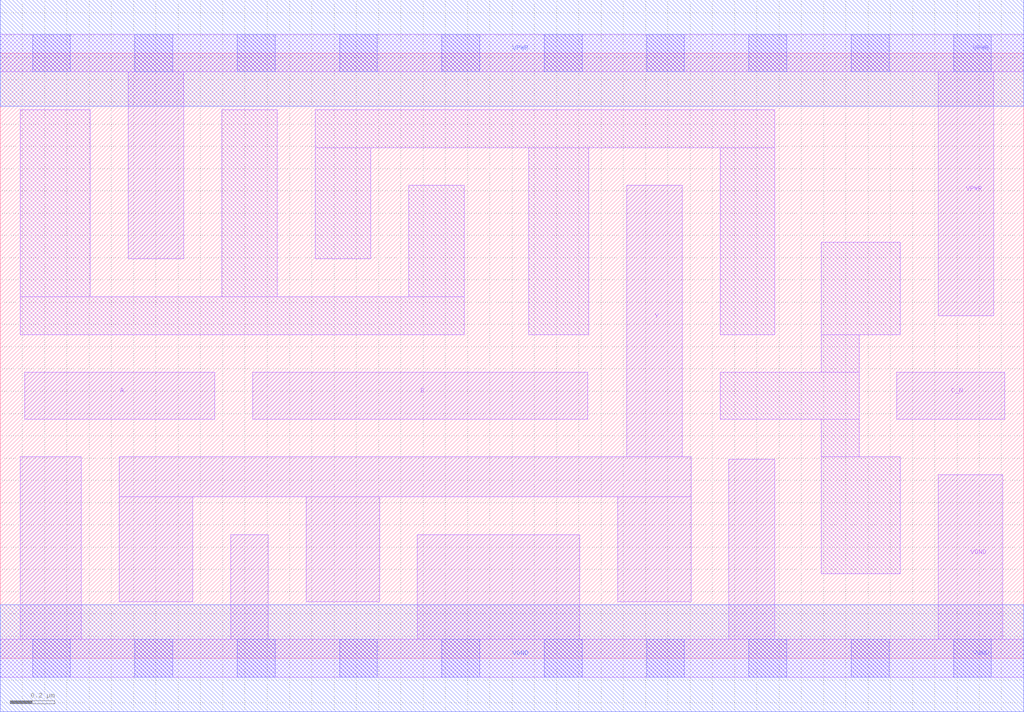
<source format=lef>
# Copyright 2020 The SkyWater PDK Authors
#
# Licensed under the Apache License, Version 2.0 (the "License");
# you may not use this file except in compliance with the License.
# You may obtain a copy of the License at
#
#     https://www.apache.org/licenses/LICENSE-2.0
#
# Unless required by applicable law or agreed to in writing, software
# distributed under the License is distributed on an "AS IS" BASIS,
# WITHOUT WARRANTIES OR CONDITIONS OF ANY KIND, either express or implied.
# See the License for the specific language governing permissions and
# limitations under the License.
#
# SPDX-License-Identifier: Apache-2.0

VERSION 5.7 ;
  NAMESCASESENSITIVE ON ;
  NOWIREEXTENSIONATPIN ON ;
  DIVIDERCHAR "/" ;
  BUSBITCHARS "[]" ;
UNITS
  DATABASE MICRONS 200 ;
END UNITS
MACRO sky130_fd_sc_hd__nor3b_2
  CLASS CORE ;
  SOURCE USER ;
  FOREIGN sky130_fd_sc_hd__nor3b_2 ;
  ORIGIN  0.000000  0.000000 ;
  SIZE  4.600000 BY  2.720000 ;
  SYMMETRY X Y R90 ;
  SITE unithd ;
  PIN A
    ANTENNAGATEAREA  0.495000 ;
    DIRECTION INPUT ;
    USE SIGNAL ;
    PORT
      LAYER li1 ;
        RECT 0.110000 1.075000 0.965000 1.285000 ;
    END
  END A
  PIN B
    ANTENNAGATEAREA  0.495000 ;
    DIRECTION INPUT ;
    USE SIGNAL ;
    PORT
      LAYER li1 ;
        RECT 1.135000 1.075000 2.640000 1.285000 ;
    END
  END B
  PIN C_N
    ANTENNAGATEAREA  0.126000 ;
    DIRECTION INPUT ;
    USE SIGNAL ;
    PORT
      LAYER li1 ;
        RECT 4.030000 1.075000 4.515000 1.285000 ;
    END
  END C_N
  PIN Y
    ANTENNADIFFAREA  0.796500 ;
    DIRECTION OUTPUT ;
    USE SIGNAL ;
    PORT
      LAYER li1 ;
        RECT 0.535000 0.255000 0.865000 0.725000 ;
        RECT 0.535000 0.725000 3.105000 0.905000 ;
        RECT 1.375000 0.255000 1.705000 0.725000 ;
        RECT 2.775000 0.255000 3.105000 0.725000 ;
        RECT 2.815000 0.905000 3.065000 2.125000 ;
    END
  END Y
  PIN VGND
    DIRECTION INOUT ;
    SHAPE ABUTMENT ;
    USE GROUND ;
    PORT
      LAYER li1 ;
        RECT 0.000000 -0.085000 4.600000 0.085000 ;
        RECT 0.090000  0.085000 0.365000 0.905000 ;
        RECT 1.035000  0.085000 1.205000 0.555000 ;
        RECT 1.875000  0.085000 2.605000 0.555000 ;
        RECT 3.275000  0.085000 3.480000 0.895000 ;
        RECT 4.215000  0.085000 4.505000 0.825000 ;
      LAYER mcon ;
        RECT 0.145000 -0.085000 0.315000 0.085000 ;
        RECT 0.605000 -0.085000 0.775000 0.085000 ;
        RECT 1.065000 -0.085000 1.235000 0.085000 ;
        RECT 1.525000 -0.085000 1.695000 0.085000 ;
        RECT 1.985000 -0.085000 2.155000 0.085000 ;
        RECT 2.445000 -0.085000 2.615000 0.085000 ;
        RECT 2.905000 -0.085000 3.075000 0.085000 ;
        RECT 3.365000 -0.085000 3.535000 0.085000 ;
        RECT 3.825000 -0.085000 3.995000 0.085000 ;
        RECT 4.285000 -0.085000 4.455000 0.085000 ;
      LAYER met1 ;
        RECT 0.000000 -0.240000 4.600000 0.240000 ;
    END
  END VGND
  PIN VPWR
    DIRECTION INOUT ;
    SHAPE ABUTMENT ;
    USE POWER ;
    PORT
      LAYER li1 ;
        RECT 0.000000 2.635000 4.600000 2.805000 ;
        RECT 0.575000 1.795000 0.825000 2.635000 ;
        RECT 4.215000 1.540000 4.465000 2.635000 ;
      LAYER mcon ;
        RECT 0.145000 2.635000 0.315000 2.805000 ;
        RECT 0.605000 2.635000 0.775000 2.805000 ;
        RECT 1.065000 2.635000 1.235000 2.805000 ;
        RECT 1.525000 2.635000 1.695000 2.805000 ;
        RECT 1.985000 2.635000 2.155000 2.805000 ;
        RECT 2.445000 2.635000 2.615000 2.805000 ;
        RECT 2.905000 2.635000 3.075000 2.805000 ;
        RECT 3.365000 2.635000 3.535000 2.805000 ;
        RECT 3.825000 2.635000 3.995000 2.805000 ;
        RECT 4.285000 2.635000 4.455000 2.805000 ;
      LAYER met1 ;
        RECT 0.000000 2.480000 4.600000 2.960000 ;
    END
  END VPWR
  OBS
    LAYER li1 ;
      RECT 0.090000 1.455000 2.085000 1.625000 ;
      RECT 0.090000 1.625000 0.405000 2.465000 ;
      RECT 0.995000 1.625000 1.245000 2.465000 ;
      RECT 1.415000 1.795000 1.665000 2.295000 ;
      RECT 1.415000 2.295000 3.480000 2.465000 ;
      RECT 1.835000 1.625000 2.085000 2.125000 ;
      RECT 2.375000 1.455000 2.645000 2.295000 ;
      RECT 3.235000 1.075000 3.860000 1.285000 ;
      RECT 3.235000 1.455000 3.480000 2.295000 ;
      RECT 3.690000 0.380000 4.045000 0.905000 ;
      RECT 3.690000 0.905000 3.860000 1.075000 ;
      RECT 3.690000 1.285000 3.860000 1.455000 ;
      RECT 3.690000 1.455000 4.045000 1.870000 ;
  END
END sky130_fd_sc_hd__nor3b_2
END LIBRARY

</source>
